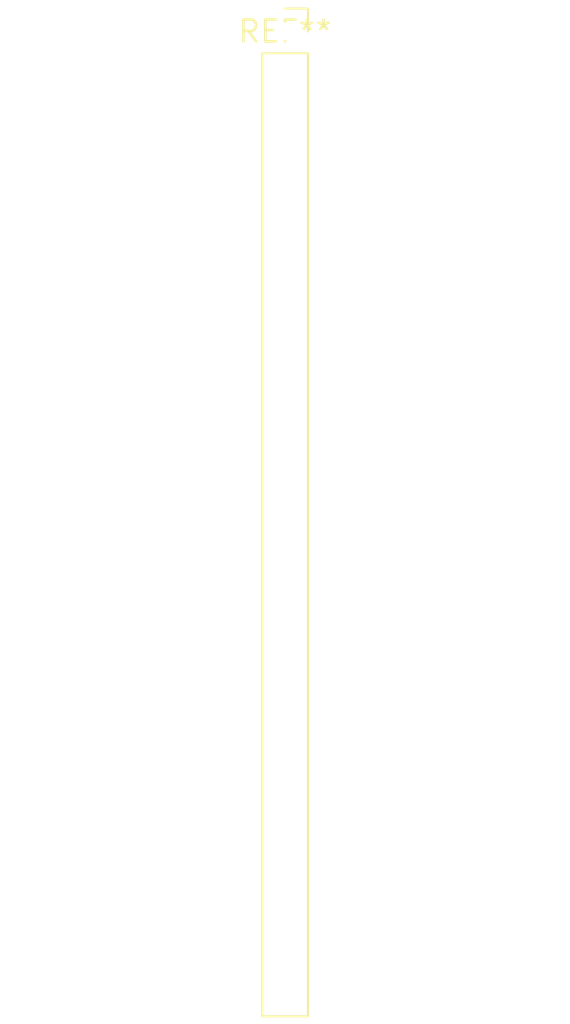
<source format=kicad_pcb>
(kicad_pcb (version 20240108) (generator pcbnew)
  (layers (0 "F.Cu" signal) (31 "B.Cu" signal) (34 "B.Paste" user) (35 "F.Paste" user) (36 "B.SilkS" user "B.Silkscreen") (37 "F.SilkS" user "F.Silkscreen") (38 "B.Mask" user) (39 "F.Mask" user) (44 "Edge.Cuts" user))
  (net 0 "")
  (footprint "PinSocket_1x23_P2.54mm_Vertical" (layer "F.Cu") (at 0 0)
    (property "Reference" "REF**")
    (property "Value" "PinSocket_1x23_P2.54mm_Vertical")
    (fp_line (start -1.33 1.27) (end -1.33 57.21) (layer "F.SilkS") (stroke (width 0.12)))
    (fp_line (start -1.33 1.27) (end 1.33 1.27) (layer "F.SilkS") (stroke (width 0.12)))
    (fp_line (start -1.33 57.21) (end 1.33 57.21) (layer "F.SilkS") (stroke (width 0.12)))
    (fp_line (start 0 -1.33) (end 1.33 -1.33) (layer "F.SilkS") (stroke (width 0.12)))
    (fp_line (start 1.33 -1.33) (end 1.33 0) (layer "F.SilkS") (stroke (width 0.12)))
    (fp_line (start 1.33 1.27) (end 1.33 57.21) (layer "F.SilkS") (stroke (width 0.12)))
    (pad "1" thru_hole rect (at 0 0) (size 1.7 1.7) (drill 1) (layers *.Cu *.Mask) (remove_unused_layers))
    (pad "2" thru_hole oval (at 0 2.54) (size 1.7 1.7) (drill 1) (layers *.Cu *.Mask) (remove_unused_layers))
    (pad "3" thru_hole oval (at 0 5.08) (size 1.7 1.7) (drill 1) (layers *.Cu *.Mask) (remove_unused_layers))
    (pad "4" thru_hole oval (at 0 7.62) (size 1.7 1.7) (drill 1) (layers *.Cu *.Mask) (remove_unused_layers))
    (pad "5" thru_hole oval (at 0 10.16) (size 1.7 1.7) (drill 1) (layers *.Cu *.Mask) (remove_unused_layers))
    (pad "6" thru_hole oval (at 0 12.7) (size 1.7 1.7) (drill 1) (layers *.Cu *.Mask) (remove_unused_layers))
    (pad "7" thru_hole oval (at 0 15.24) (size 1.7 1.7) (drill 1) (layers *.Cu *.Mask) (remove_unused_layers))
    (pad "8" thru_hole oval (at 0 17.78) (size 1.7 1.7) (drill 1) (layers *.Cu *.Mask) (remove_unused_layers))
    (pad "9" thru_hole oval (at 0 20.32) (size 1.7 1.7) (drill 1) (layers *.Cu *.Mask) (remove_unused_layers))
    (pad "10" thru_hole oval (at 0 22.86) (size 1.7 1.7) (drill 1) (layers *.Cu *.Mask) (remove_unused_layers))
    (pad "11" thru_hole oval (at 0 25.4) (size 1.7 1.7) (drill 1) (layers *.Cu *.Mask) (remove_unused_layers))
    (pad "12" thru_hole oval (at 0 27.94) (size 1.7 1.7) (drill 1) (layers *.Cu *.Mask) (remove_unused_layers))
    (pad "13" thru_hole oval (at 0 30.48) (size 1.7 1.7) (drill 1) (layers *.Cu *.Mask) (remove_unused_layers))
    (pad "14" thru_hole oval (at 0 33.02) (size 1.7 1.7) (drill 1) (layers *.Cu *.Mask) (remove_unused_layers))
    (pad "15" thru_hole oval (at 0 35.56) (size 1.7 1.7) (drill 1) (layers *.Cu *.Mask) (remove_unused_layers))
    (pad "16" thru_hole oval (at 0 38.1) (size 1.7 1.7) (drill 1) (layers *.Cu *.Mask) (remove_unused_layers))
    (pad "17" thru_hole oval (at 0 40.64) (size 1.7 1.7) (drill 1) (layers *.Cu *.Mask) (remove_unused_layers))
    (pad "18" thru_hole oval (at 0 43.18) (size 1.7 1.7) (drill 1) (layers *.Cu *.Mask) (remove_unused_layers))
    (pad "19" thru_hole oval (at 0 45.72) (size 1.7 1.7) (drill 1) (layers *.Cu *.Mask) (remove_unused_layers))
    (pad "20" thru_hole oval (at 0 48.26) (size 1.7 1.7) (drill 1) (layers *.Cu *.Mask) (remove_unused_layers))
    (pad "21" thru_hole oval (at 0 50.8) (size 1.7 1.7) (drill 1) (layers *.Cu *.Mask) (remove_unused_layers))
    (pad "22" thru_hole oval (at 0 53.34) (size 1.7 1.7) (drill 1) (layers *.Cu *.Mask) (remove_unused_layers))
    (pad "23" thru_hole oval (at 0 55.88) (size 1.7 1.7) (drill 1) (layers *.Cu *.Mask) (remove_unused_layers))
  )
)
</source>
